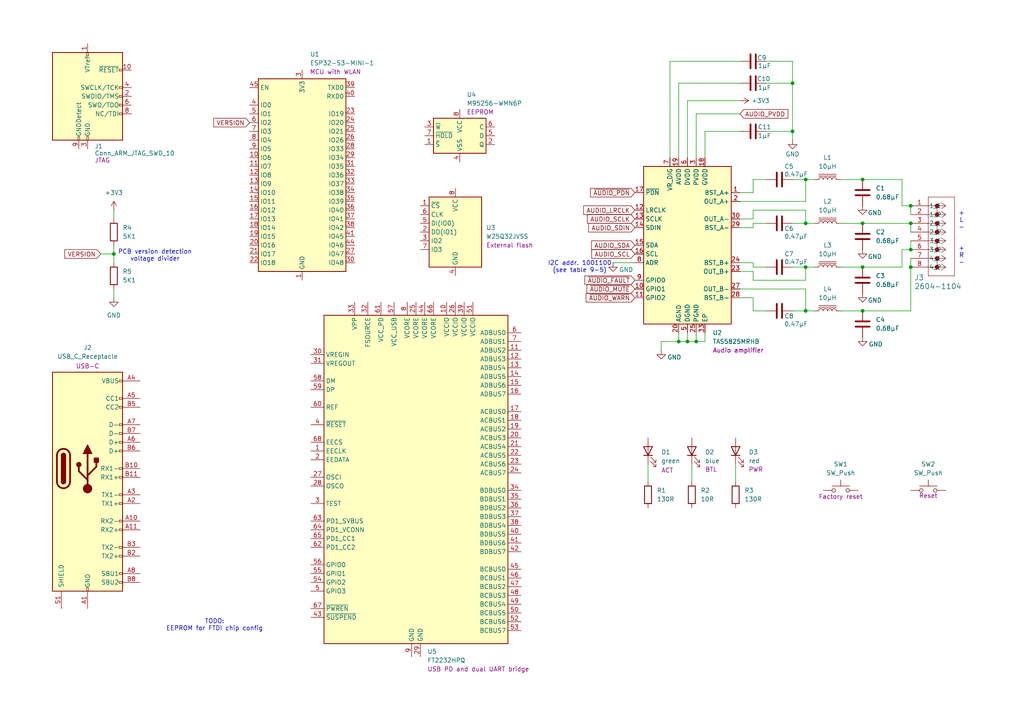
<source format=kicad_sch>
(kicad_sch (version 20231120) (generator "eeschema") (generator_version "8.0")
  (paper "A4")
  (title_block (title "soundbox"))
  (lib_symbols
    (symbol "Amplifier_Audio:TAS5825MRHB"
      (property "Reference" "U" (at -11.43 24.13 0))
      (property "Value" "TAS5825MRHB" (at 13.97 24.13 0))
      (symbol "TAS5825MRHB_1_1"
        (pin passive line (at 15.24 15.24 180) (length 2.54) (name "BST_A+") (number "1"))
        (pin bidirectional line (at -15.24 -12.7 0) (length 2.54) (name "GPIO1") (number "10"))
        (pin bidirectional line (at -15.24 -15.24 0) (length 2.54) (name "GPIO2") (number "11"))
        (pin input line (at -15.24 10.16 0) (length 2.54) (name "LRCLK") (number "12"))
        (pin input line (at -15.24 7.62 0) (length 2.54) (name "SCLK") (number "13"))
        (pin input line (at -15.24 5.08 0) (length 2.54) (name "SDIN") (number "14"))
        (pin bidirectional line (at -15.24 0 0) (length 2.54) (name "SDA") (number "15"))
        (pin input line (at -15.24 -2.54 0) (length 2.54) (name "SCL") (number "16"))
        (pin input line (at -15.24 15.24 0) (length 2.54) (name "~{PDN}") (number "17"))
        (pin passive line (at 5.08 25.4 270) (length 2.54) (name "GVDD") (number "18"))
        (pin passive line (at -2.54 25.4 270) (length 2.54) (name "AVDD") (number "19"))
        (pin output line (at 15.24 12.7 180) (length 2.54) (name "OUT_A+") (number "2"))
        (pin power_in line (at -2.54 -25.4 90) (length 2.54) (name "AGND") (number "20"))
        (pin passive line (at 2.54 25.4 270) (length 2.54) hide (name "PVDD") (number "21"))
        (pin passive line (at 2.54 25.4 270) (length 2.54) hide (name "PVDD") (number "22"))
        (pin output line (at 15.24 -7.62 180) (length 2.54) (name "OUT_B+") (number "23"))
        (pin passive line (at 15.24 -5.08 180) (length 2.54) (name "BST_B+") (number "24"))
        (pin power_in line (at 2.54 -25.4 90) (length 2.54) (name "PGND") (number "25"))
        (pin passive line (at 2.54 -25.4 90) (length 2.54) hide (name "PGND") (number "26"))
        (pin output line (at 15.24 -12.7 180) (length 2.54) (name "OUT_B-") (number "27"))
        (pin passive line (at 15.24 -15.24 180) (length 2.54) (name "BST_B-") (number "28"))
        (pin passive line (at 15.24 5.08 180) (length 2.54) (name "BST_A-") (number "29"))
        (pin power_in line (at 2.54 25.4 270) (length 2.54) (name "PVDD") (number "3"))
        (pin output line (at 15.24 7.62 180) (length 2.54) (name "OUT_A-") (number "30"))
        (pin passive line (at 2.54 -25.4 90) (length 2.54) hide (name "PGND") (number "31"))
        (pin passive line (at 2.54 -25.4 90) (length 2.54) hide (name "PGND") (number "32"))
        (pin passive line (at 5.08 -25.4 90) (length 2.54) (name "EP") (number "33"))
        (pin passive line (at 2.54 25.4 270) (length 2.54) hide (name "PVDD") (number "4"))
        (pin power_in line (at 0 -25.4 90) (length 2.54) (name "DGND") (number "5"))
        (pin power_in line (at 0 25.4 270) (length 2.54) (name "DVDD") (number "6"))
        (pin passive line (at -5.08 25.4 270) (length 2.54) (name "VR_DIG") (number "7"))
        (pin passive line (at -15.24 -5.08 0) (length 2.54) (name "ADR") (number "8"))
        (pin bidirectional line (at -15.24 -10.16 0) (length 2.54) (name "GPIO0") (number "9"))
      )
    )
    (symbol "Connector:Conn_ARM_JTAG_SWD_10" (pin_names (offset 1.016))
      (property "Reference" "J" (at -2.54 16.51 0))
      (property "Value" "Conn_ARM_JTAG_SWD_10" (at -2.54 13.97 0))
      (symbol "Conn_ARM_JTAG_SWD_10_1_1"
        (pin power_in line (at 0 15.24 270) (length 2.54) (name "VTref") (number "1"))
        (pin open_collector line (at 12.7 7.62 180) (length 2.54) (name "~{RESET}") (number "10"))
        (pin bidirectional line (at 12.7 0 180) (length 2.54) (name "SWDIO/TMS") (number "2"))
        (pin power_in line (at 0 -15.24 90) (length 2.54) (name "GND") (number "3"))
        (pin output line (at 12.7 2.54 180) (length 2.54) (name "SWCLK/TCK") (number "4"))
        (pin passive line (at 0 -15.24 90) (length 2.54) hide (name "GND") (number "5"))
        (pin input line (at 12.7 -2.54 180) (length 2.54) (name "SWO/TDO") (number "6"))
        (pin no_connect line (at -10.16 0 0) (length 2.54) hide (name "KEY") (number "7"))
        (pin output line (at 12.7 -5.08 180) (length 2.54) (name "NC/TDI") (number "8"))
        (pin passive line (at -2.54 -15.24 90) (length 2.54) (name "GNDDetect") (number "9"))
      )
    )
    (symbol "Connector:USB_C_Receptacle" (pin_names (offset 1.016))
      (property "Reference" "J" (at -10.16 29.21 0))
      (property "Value" "USB_C_Receptacle" (at 10.16 29.21 0))
      (symbol "USB_C_Receptacle_1_1"
        (pin passive line (at 0 -40.64 90) (length 5.08) (name "GND") (number "A1"))
        (pin bidirectional line (at 15.24 -15.24 180) (length 5.08) (name "RX2-") (number "A10"))
        (pin bidirectional line (at 15.24 -17.78 180) (length 5.08) (name "RX2+") (number "A11"))
        (pin passive line (at 0 -40.64 90) (length 5.08) hide (name "GND") (number "A12"))
        (pin bidirectional line (at 15.24 -10.16 180) (length 5.08) (name "TX1+") (number "A2"))
        (pin bidirectional line (at 15.24 -7.62 180) (length 5.08) (name "TX1-") (number "A3"))
        (pin passive line (at 15.24 25.4 180) (length 5.08) (name "VBUS") (number "A4"))
        (pin bidirectional line (at 15.24 20.32 180) (length 5.08) (name "CC1") (number "A5"))
        (pin bidirectional line (at 15.24 7.62 180) (length 5.08) (name "D+") (number "A6"))
        (pin bidirectional line (at 15.24 12.7 180) (length 5.08) (name "D-") (number "A7"))
        (pin bidirectional line (at 15.24 -30.48 180) (length 5.08) (name "SBU1") (number "A8"))
        (pin passive line (at 15.24 25.4 180) (length 5.08) hide (name "VBUS") (number "A9"))
        (pin passive line (at 0 -40.64 90) (length 5.08) hide (name "GND") (number "B1"))
        (pin bidirectional line (at 15.24 0 180) (length 5.08) (name "RX1-") (number "B10"))
        (pin bidirectional line (at 15.24 -2.54 180) (length 5.08) (name "RX1+") (number "B11"))
        (pin passive line (at 0 -40.64 90) (length 5.08) hide (name "GND") (number "B12"))
        (pin bidirectional line (at 15.24 -25.4 180) (length 5.08) (name "TX2+") (number "B2"))
        (pin bidirectional line (at 15.24 -22.86 180) (length 5.08) (name "TX2-") (number "B3"))
        (pin passive line (at 15.24 25.4 180) (length 5.08) hide (name "VBUS") (number "B4"))
        (pin bidirectional line (at 15.24 17.78 180) (length 5.08) (name "CC2") (number "B5"))
        (pin bidirectional line (at 15.24 5.08 180) (length 5.08) (name "D+") (number "B6"))
        (pin bidirectional line (at 15.24 10.16 180) (length 5.08) (name "D-") (number "B7"))
        (pin bidirectional line (at 15.24 -33.02 180) (length 5.08) (name "SBU2") (number "B8"))
        (pin passive line (at 15.24 25.4 180) (length 5.08) hide (name "VBUS") (number "B9"))
        (pin passive line (at -7.62 -40.64 90) (length 5.08) (name "SHIELD") (number "S1"))
      )
    )
    (symbol "Device:C" (pin_numbers hide) (pin_names (offset 0.254))
      (property "Reference" "C" (at 0.635 2.54 0))
      (property "Value" "C" (at 0.635 -2.54 0))
      (symbol "C_1_1"
        (pin passive line (at 0 3.81 270) (length 2.794) (name "~") (number "1"))
        (pin passive line (at 0 -3.81 90) (length 2.794) (name "~") (number "2"))
      )
    )
    (symbol "Device:LED" (pin_numbers hide) (pin_names (offset 1.016) hide)
      (property "Reference" "D" (at 0 2.54 0))
      (property "Value" "LED" (at 0 -2.54 0))
      (symbol "LED_1_1"
        (pin passive line (at -3.81 0 0) (length 2.54) (name "K") (number "1"))
        (pin passive line (at 3.81 0 180) (length 2.54) (name "A") (number "2"))
      )
    )
    (symbol "Device:L_Iron" (pin_numbers hide) (pin_names (offset 1.016) hide)
      (property "Reference" "L" (at -1.27 0 90))
      (property "Value" "L_Iron" (at 2.794 0 90))
      (symbol "L_Iron_1_1"
        (pin passive line (at 0 3.81 270) (length 1.27) (name "1") (number "1"))
        (pin passive line (at 0 -3.81 90) (length 1.27) (name "2") (number "2"))
      )
    )
    (symbol "Device:R" (pin_numbers hide) (pin_names (offset 0))
      (property "Reference" "R" (at 2.032 0 90))
      (property "Value" "R" (at 0 0 90))
      (symbol "R_1_1"
        (pin passive line (at 0 3.81 270) (length 1.27) (name "~") (number "1"))
        (pin passive line (at 0 -3.81 90) (length 1.27) (name "~") (number "2"))
      )
    )
    (symbol "Memory_EEPROM:M95256-WMN6P"
      (property "Reference" "U" (at -7.62 6.35 0))
      (property "Value" "M95256-WMN6P" (at 2.54 -6.35 0))
      (symbol "M95256-WMN6P_1_1"
        (pin input line (at -10.16 -2.54 0) (length 2.54) (name "~{S}") (number "1"))
        (pin output line (at 10.16 -2.54 180) (length 2.54) (name "Q") (number "2"))
        (pin input line (at -10.16 2.54 0) (length 2.54) (name "~{W}") (number "3"))
        (pin power_in line (at 0 -7.62 90) (length 2.54) (name "VSS") (number "4"))
        (pin input line (at 10.16 0 180) (length 2.54) (name "D") (number "5"))
        (pin input line (at 10.16 2.54 180) (length 2.54) (name "C") (number "6"))
        (pin input line (at -10.16 0 0) (length 2.54) (name "~{HOLD}") (number "7"))
        (pin power_in line (at 0 7.62 270) (length 2.54) (name "VCC") (number "8"))
      )
    )
    (symbol "Memory_Flash:W25Q32JVSS"
      (property "Reference" "U" (at -6.35 11.43 0))
      (property "Value" "W25Q32JVSS" (at 7.62 11.43 0))
      (symbol "W25Q32JVSS_1_1"
        (pin input line (at -10.16 7.62 0) (length 2.54) (name "~{CS}") (number "1"))
        (pin bidirectional line (at -10.16 0 0) (length 2.54) (name "DO(IO1)") (number "2"))
        (pin bidirectional line (at -10.16 -2.54 0) (length 2.54) (name "IO2") (number "3"))
        (pin power_in line (at 0 -12.7 90) (length 2.54) (name "GND") (number "4"))
        (pin bidirectional line (at -10.16 2.54 0) (length 2.54) (name "DI(IO0)") (number "5"))
        (pin input line (at -10.16 5.08 0) (length 2.54) (name "CLK") (number "6"))
        (pin bidirectional line (at -10.16 -5.08 0) (length 2.54) (name "IO3") (number "7"))
        (pin power_in line (at 0 12.7 270) (length 2.54) (name "VCC") (number "8"))
      )
    )
    (symbol "RF_Module:ESP32-S3-MINI-1"
      (property "Reference" "U" (at -11.43 29.21 0))
      (property "Value" "ESP32-S3-MINI-1" (at 12.7 29.21 0))
      (symbol "ESP32-S3-MINI-1_1_1"
        (pin power_in line (at 0 -30.48 90) (length 2.54) (name "GND") (number "1"))
        (pin bidirectional line (at -15.24 5.08 0) (length 2.54) (name "IO6") (number "10"))
        (pin bidirectional line (at -15.24 2.54 0) (length 2.54) (name "IO7") (number "11"))
        (pin bidirectional line (at -15.24 0 0) (length 2.54) (name "IO8") (number "12"))
        (pin bidirectional line (at -15.24 -2.54 0) (length 2.54) (name "IO9") (number "13"))
        (pin bidirectional line (at -15.24 -5.08 0) (length 2.54) (name "IO10") (number "14"))
        (pin bidirectional line (at -15.24 -7.62 0) (length 2.54) (name "IO11") (number "15"))
        (pin bidirectional line (at -15.24 -10.16 0) (length 2.54) (name "IO12") (number "16"))
        (pin bidirectional line (at -15.24 -12.7 0) (length 2.54) (name "IO13") (number "17"))
        (pin bidirectional line (at -15.24 -15.24 0) (length 2.54) (name "IO14") (number "18"))
        (pin bidirectional line (at -15.24 -17.78 0) (length 2.54) (name "IO15") (number "19"))
        (pin passive line (at 0 -30.48 90) (length 2.54) hide (name "GND") (number "2"))
        (pin bidirectional line (at -15.24 -20.32 0) (length 2.54) (name "IO16") (number "20"))
        (pin bidirectional line (at -15.24 -22.86 0) (length 2.54) (name "IO17") (number "21"))
        (pin bidirectional line (at -15.24 -25.4 0) (length 2.54) (name "IO18") (number "22"))
        (pin bidirectional line (at 15.24 17.78 180) (length 2.54) (name "IO19") (number "23"))
        (pin bidirectional line (at 15.24 15.24 180) (length 2.54) (name "IO20") (number "24"))
        (pin bidirectional line (at 15.24 12.7 180) (length 2.54) (name "IO21") (number "25"))
        (pin bidirectional line (at 15.24 10.16 180) (length 2.54) (name "IO26") (number "26"))
        (pin bidirectional line (at 15.24 -22.86 180) (length 2.54) (name "IO47") (number "27"))
        (pin bidirectional line (at 15.24 7.62 180) (length 2.54) (name "IO33") (number "28"))
        (pin bidirectional line (at 15.24 5.08 180) (length 2.54) (name "IO34") (number "29"))
        (pin power_in line (at 0 30.48 270) (length 2.54) (name "3V3") (number "3"))
        (pin bidirectional line (at 15.24 -25.4 180) (length 2.54) (name "IO48") (number "30"))
        (pin bidirectional line (at 15.24 2.54 180) (length 2.54) (name "IO35") (number "31"))
        (pin bidirectional line (at 15.24 0 180) (length 2.54) (name "IO36") (number "32"))
        (pin bidirectional line (at 15.24 -2.54 180) (length 2.54) (name "IO37") (number "33"))
        (pin bidirectional line (at 15.24 -5.08 180) (length 2.54) (name "IO38") (number "34"))
        (pin bidirectional line (at 15.24 -7.62 180) (length 2.54) (name "IO39") (number "35"))
        (pin bidirectional line (at 15.24 -10.16 180) (length 2.54) (name "IO40") (number "36"))
        (pin bidirectional line (at 15.24 -12.7 180) (length 2.54) (name "IO41") (number "37"))
        (pin bidirectional line (at 15.24 -15.24 180) (length 2.54) (name "IO42") (number "38"))
        (pin bidirectional line (at 15.24 25.4 180) (length 2.54) (name "TXD0") (number "39"))
        (pin bidirectional line (at -15.24 20.32 0) (length 2.54) (name "IO0") (number "4"))
        (pin bidirectional line (at 15.24 22.86 180) (length 2.54) (name "RXD0") (number "40"))
        (pin bidirectional line (at 15.24 -17.78 180) (length 2.54) (name "IO45") (number "41"))
        (pin passive line (at 0 -30.48 90) (length 2.54) hide (name "GND") (number "42"))
        (pin passive line (at 0 -30.48 90) (length 2.54) hide (name "GND") (number "43"))
        (pin bidirectional line (at 15.24 -20.32 180) (length 2.54) (name "IO46") (number "44"))
        (pin input line (at -15.24 25.4 0) (length 2.54) (name "EN") (number "45"))
        (pin passive line (at 0 -30.48 90) (length 2.54) hide (name "GND") (number "46"))
        (pin passive line (at 0 -30.48 90) (length 2.54) hide (name "GND") (number "47"))
        (pin passive line (at 0 -30.48 90) (length 2.54) hide (name "GND") (number "48"))
        (pin passive line (at 0 -30.48 90) (length 2.54) hide (name "GND") (number "49"))
        (pin bidirectional line (at -15.24 17.78 0) (length 2.54) (name "IO1") (number "5"))
        (pin passive line (at 0 -30.48 90) (length 2.54) hide (name "GND") (number "50"))
        (pin passive line (at 0 -30.48 90) (length 2.54) hide (name "GND") (number "51"))
        (pin passive line (at 0 -30.48 90) (length 2.54) hide (name "GND") (number "52"))
        (pin passive line (at 0 -30.48 90) (length 2.54) hide (name "GND") (number "53"))
        (pin passive line (at 0 -30.48 90) (length 2.54) hide (name "GND") (number "54"))
        (pin passive line (at 0 -30.48 90) (length 2.54) hide (name "GND") (number "55"))
        (pin passive line (at 0 -30.48 90) (length 2.54) hide (name "GND") (number "56"))
        (pin passive line (at 0 -30.48 90) (length 2.54) hide (name "GND") (number "57"))
        (pin passive line (at 0 -30.48 90) (length 2.54) hide (name "GND") (number "58"))
        (pin passive line (at 0 -30.48 90) (length 2.54) hide (name "GND") (number "59"))
        (pin bidirectional line (at -15.24 15.24 0) (length 2.54) (name "IO2") (number "6"))
        (pin passive line (at 0 -30.48 90) (length 2.54) hide (name "GND") (number "60"))
        (pin passive line (at 0 -30.48 90) (length 2.54) hide (name "GND") (number "61"))
        (pin passive line (at 0 -30.48 90) (length 2.54) hide (name "GND") (number "62"))
        (pin passive line (at 0 -30.48 90) (length 2.54) hide (name "GND") (number "63"))
        (pin passive line (at 0 -30.48 90) (length 2.54) hide (name "GND") (number "64"))
        (pin passive line (at 0 -30.48 90) (length 2.54) hide (name "GND") (number "65"))
        (pin bidirectional line (at -15.24 12.7 0) (length 2.54) (name "IO3") (number "7"))
        (pin bidirectional line (at -15.24 10.16 0) (length 2.54) (name "IO4") (number "8"))
        (pin bidirectional line (at -15.24 7.62 0) (length 2.54) (name "IO5") (number "9"))
      )
    )
    (symbol "Switch:SW_Push" (pin_numbers hide) (pin_names (offset 1.016) hide)
      (property "Reference" "SW" (at 1.27 2.54 0))
      (property "Value" "SW_Push" (at 0 -1.524 0))
      (symbol "SW_Push_0_1"
        (pin passive line (at -5.08 0 0) (length 2.54) (name "1") (number "1"))
        (pin passive line (at 5.08 0 180) (length 2.54) (name "2") (number "2"))
      )
    )
    (symbol "Ultra_Librarian:2604-1104" (pin_names (offset 0.254))
      (property "Reference" "J" (at 8.89 6.35 0))
      (property "Value" "2604-1104" (at 0 0 0))
      (symbol "2604-1104_1_1"
        (pin unspecified line (at 0 0 0) (length 5.08) (name "1_1") (number "1"))
        (pin unspecified line (at 0 -2.54 0) (length 5.08) (name "1_2") (number "2"))
        (pin unspecified line (at 0 -5.08 0) (length 5.08) (name "2_1") (number "3"))
        (pin unspecified line (at 0 -7.62 0) (length 5.08) (name "2_2") (number "4"))
        (pin unspecified line (at 0 -10.16 0) (length 5.08) (name "3_1") (number "5"))
        (pin unspecified line (at 0 -12.7 0) (length 5.08) (name "3_2") (number "6"))
        (pin unspecified line (at 0 -15.24 0) (length 5.08) (name "4_1") (number "7"))
        (pin unspecified line (at 0 -17.78 0) (length 5.08) (name "4_2") (number "8"))
      )
      (symbol "2604-1104_1_2"
        (pin unspecified line (at 0 0 0) (length 5.08) (name "1_1") (number "1"))
        (pin unspecified line (at 0 -2.54 0) (length 5.08) (name "1_2") (number "2"))
        (pin unspecified line (at 0 -5.08 0) (length 5.08) (name "2_1") (number "3"))
        (pin unspecified line (at 0 -7.62 0) (length 5.08) (name "2_2") (number "4"))
        (pin unspecified line (at 0 -10.16 0) (length 5.08) (name "3_1") (number "5"))
        (pin unspecified line (at 0 -12.7 0) (length 5.08) (name "3_2") (number "6"))
        (pin unspecified line (at 0 -15.24 0) (length 5.08) (name "4_1") (number "7"))
        (pin unspecified line (at 0 -17.78 0) (length 5.08) (name "4_2") (number "8"))
      )
    )
    (symbol "power:+3V3" (power) (pin_numbers hide) (pin_names (offset 0) hide)
      (property "Value" "+3V3" (at 0 3.556 0))
      (symbol "+3V3_1_1"
        (pin power_in line (at 0 0 90) (length 0) (name "~") (number "1"))
      )
    )
    (symbol "power:GND" (power) (pin_numbers hide) (pin_names (offset 0) hide)
      (property "Value" "GND" (at 0 -3.81 0))
      (symbol "GND_1_1"
        (pin power_in line (at 0 0 270) (length 0) (name "~") (number "1"))
      )
    )
    (symbol "xengineering:FT2232HPQ"
      (property "Reference" "U" (at 20.828 52.07 0))
      (property "Value" "FT2232HPQ" (at 25.654 49.53 0))
      (symbol "FT2232HPQ_1_1"
        (pin output line (at -30.48 7.62 0) (length 3.81) (name "EECLK") (number "1"))
        (pin input line (at 8.89 50.8 270) (length 3.81) (name "VCCIO") (number "10"))
        (pin bidirectional line (at 30.48 36.83 180) (length 3.81) (name "ADBUS2") (number "11"))
        (pin bidirectional line (at 30.48 34.29 180) (length 3.81) (name "ADBUS3") (number "12"))
        (pin bidirectional line (at 30.48 31.75 180) (length 3.81) (name "ADBUS4") (number "13"))
        (pin bidirectional line (at 30.48 29.21 180) (length 3.81) (name "ADBUS5") (number "14"))
        (pin bidirectional line (at 30.48 26.67 180) (length 3.81) (name "ADBUS6") (number "15"))
        (pin bidirectional line (at 30.48 24.13 180) (length 3.81) (name "ADBUS7") (number "16"))
        (pin bidirectional line (at 30.48 19.05 180) (length 3.81) (name "ACBUS0") (number "17"))
        (pin bidirectional line (at 30.48 16.51 180) (length 3.81) (name "ACBUS1") (number "18"))
        (pin bidirectional line (at 30.48 13.97 180) (length 3.81) (name "ACBUS2") (number "19"))
        (pin bidirectional line (at -30.48 5.08 0) (length 3.81) (name "EEDATA") (number "2"))
        (pin bidirectional line (at 30.48 11.43 180) (length 3.81) (name "ACBUS3") (number "20"))
        (pin bidirectional line (at 30.48 8.89 180) (length 3.81) (name "ACBUS4") (number "21"))
        (pin bidirectional line (at 30.48 6.35 180) (length 3.81) (name "ACBUS5") (number "22"))
        (pin bidirectional line (at 30.48 3.81 180) (length 3.81) (name "ACBUS6") (number "23"))
        (pin bidirectional line (at 30.48 1.27 180) (length 3.81) (name "ACBUS7") (number "24"))
        (pin input line (at 0 50.8 270) (length 3.81) (name "VCORE") (number "25"))
        (pin input line (at 11.43 50.8 270) (length 3.81) (name "VCCIO") (number "26"))
        (pin input line (at -30.48 0 0) (length 3.81) (name "OSCI") (number "27"))
        (pin output line (at -30.48 -2.54 0) (length 3.81) (name "OSCO") (number "28"))
        (pin input line (at 1.27 -52.07 90) (length 3.81) (name "GND") (number "29"))
        (pin input line (at -30.48 -7.62 0) (length 3.81) (name "TEST") (number "3"))
        (pin input line (at -30.48 35.56 0) (length 3.81) (name "VREGIN") (number "30"))
        (pin output line (at -30.48 33.02 0) (length 3.81) (name "VREGOUT") (number "31"))
        (pin input line (at -13.97 50.8 270) (length 3.81) (name "FSOURCE") (number "32"))
        (pin input line (at -17.78 50.8 270) (length 3.81) (name "VPP") (number "33"))
        (pin bidirectional line (at 30.48 -3.81 180) (length 3.81) (name "BDBUS0") (number "34"))
        (pin bidirectional line (at 30.48 -6.35 180) (length 3.81) (name "BDBUS1") (number "35"))
        (pin bidirectional line (at 30.48 -8.89 180) (length 3.81) (name "BDBUS2") (number "36"))
        (pin bidirectional line (at 30.48 -11.43 180) (length 3.81) (name "BDBUS3") (number "37"))
        (pin bidirectional line (at 30.48 -13.97 180) (length 3.81) (name "BDBUS4") (number "38"))
        (pin input line (at 13.97 50.8 270) (length 3.81) (name "VCCIO") (number "39"))
        (pin input line (at -30.48 15.24 0) (length 3.81) (name "~{RESET}") (number "4"))
        (pin bidirectional line (at 30.48 -16.51 180) (length 3.81) (name "BDBUS5") (number "40"))
        (pin bidirectional line (at 30.48 -19.05 180) (length 3.81) (name "BDBUS6") (number "41"))
        (pin bidirectional line (at 30.48 -21.59 180) (length 3.81) (name "BDBUS7") (number "42"))
        (pin output line (at -30.48 -40.64 0) (length 3.81) (name "~{SUSPEND}") (number "43"))
        (pin input line (at 2.54 50.8 270) (length 3.81) (name "VCORE") (number "44"))
        (pin bidirectional line (at 30.48 -26.67 180) (length 3.81) (name "BCBUS0") (number "45"))
        (pin bidirectional line (at 30.48 -29.21 180) (length 3.81) (name "BCBUS1") (number "46"))
        (pin bidirectional line (at 30.48 -31.75 180) (length 3.81) (name "BCBUS2") (number "47"))
        (pin bidirectional line (at 30.48 -34.29 180) (length 3.81) (name "BCBUS3") (number "48"))
        (pin bidirectional line (at 30.48 -36.83 180) (length 3.81) (name "BCBUS4") (number "49"))
        (pin bidirectional line (at -30.48 -33.02 0) (length 3.81) (name "GPIO3") (number "5"))
        (pin bidirectional line (at 30.48 -39.37 180) (length 3.81) (name "BCBUS5") (number "50"))
        (pin input line (at 16.51 50.8 270) (length 3.81) (name "VCCIO") (number "51"))
        (pin bidirectional line (at 30.48 -41.91 180) (length 3.81) (name "BCBUS6") (number "52"))
        (pin bidirectional line (at 30.48 -44.45 180) (length 3.81) (name "BCBUS7") (number "53"))
        (pin bidirectional line (at -30.48 -30.48 0) (length 3.81) (name "GPIO2") (number "54"))
        (pin bidirectional line (at -30.48 -27.94 0) (length 3.81) (name "GPIO1") (number "55"))
        (pin bidirectional line (at -30.48 -25.4 0) (length 3.81) (name "GPIO0") (number "56"))
        (pin input line (at -6.35 50.8 270) (length 3.81) (name "VCC_USB") (number "57"))
        (pin bidirectional line (at -30.48 27.94 0) (length 3.81) (name "DM") (number "58"))
        (pin bidirectional line (at -30.48 25.4 0) (length 3.81) (name "DP") (number "59"))
        (pin bidirectional line (at 30.48 41.91 180) (length 3.81) (name "ADBUS0") (number "6"))
        (pin input line (at -30.48 20.32 0) (length 3.81) (name "REF") (number "60"))
        (pin input line (at -10.16 50.8 270) (length 3.81) (name "VCC_PD") (number "61"))
        (pin bidirectional line (at -30.48 -20.32 0) (length 3.81) (name "PD1_CC2") (number "62"))
        (pin input line (at -30.48 -12.7 0) (length 3.81) (name "PD1_SVBUS") (number "63"))
        (pin input line (at -30.48 -15.24 0) (length 3.81) (name "PD1_VCONN") (number "64"))
        (pin bidirectional line (at -30.48 -17.78 0) (length 3.81) (name "PD1_CC1") (number "65"))
        (pin input line (at 5.08 50.8 270) (length 3.81) (name "VCORE") (number "66"))
        (pin output line (at -30.48 -38.1 0) (length 3.81) (name "~{PWREN}") (number "67"))
        (pin bidirectional line (at -30.48 10.16 0) (length 3.81) (name "EECS") (number "68"))
        (pin bidirectional line (at 30.48 39.37 180) (length 3.81) (name "ADBUS1") (number "7"))
        (pin input line (at -2.54 50.8 270) (length 3.81) (name "VCORE") (number "8"))
        (pin input line (at -1.27 -52.07 90) (length 3.81) (name "GND") (number "9"))
      )
    )
  )
  (junction (at 250.19 64.77))
  (junction (at 233.68 52.07))
  (junction (at 229.87 24.13))
  (junction (at 196.85 99.06))
  (junction (at 233.68 77.47))
  (junction (at 199.39 99.06))
  (junction (at 264.16 72.39))
  (junction (at 250.19 77.47))
  (junction (at 250.19 52.07))
  (junction (at 201.93 99.06))
  (junction (at 264.16 64.77))
  (junction (at 33.02 73.66))
  (junction (at 264.16 77.47))
  (junction (at 233.68 90.17))
  (junction (at 264.16 59.69))
  (junction (at 229.87 38.1))
  (junction (at 233.68 64.77))
  (junction (at 250.19 90.17))
  (wire (pts (xy 229.87 77.47) (xy 233.68 77.47)))
  (wire (pts (xy 261.62 77.47) (xy 261.62 72.39)))
  (wire (pts (xy 218.44 52.07) (xy 218.44 55.88)))
  (wire (pts (xy 229.87 52.07) (xy 233.68 52.07)))
  (wire (pts (xy 222.25 38.1) (xy 229.87 38.1)))
  (wire (pts (xy 222.25 90.17) (xy 218.44 90.17)))
  (wire (pts (xy 214.63 86.36) (xy 218.44 86.36)))
  (wire (pts (xy 233.68 90.17) (xy 236.22 90.17)))
  (wire (pts (xy 233.68 77.47) (xy 236.22 77.47)))
  (wire (pts (xy 229.87 40.64) (xy 229.87 38.1)))
  (wire (pts (xy 250.19 52.07) (xy 261.62 52.07)))
  (wire (pts (xy 214.63 63.5) (xy 218.44 63.5)))
  (wire (pts (xy 264.16 64.77) (xy 264.16 67.31)))
  (wire (pts (xy 229.87 24.13) (xy 229.87 38.1)))
  (wire (pts (xy 187.96 134.62) (xy 187.96 139.7)))
  (wire (pts (xy 264.16 59.69) (xy 264.16 62.23)))
  (wire (pts (xy 233.68 83.82) (xy 233.68 90.17)))
  (wire (pts (xy 214.63 55.88) (xy 218.44 55.88)))
  (wire (pts (xy 218.44 90.17) (xy 218.44 86.36)))
  (wire (pts (xy 199.39 29.21) (xy 199.39 45.72)))
  (wire (pts (xy 204.47 99.06) (xy 201.93 99.06)))
  (wire (pts (xy 29.21 73.66) (xy 33.02 73.66)))
  (wire (pts (xy 191.77 101.6) (xy 191.77 99.06)))
  (wire (pts (xy 33.02 73.66) (xy 33.02 76.2)))
  (wire (pts (xy 243.84 64.77) (xy 250.19 64.77)))
  (wire (pts (xy 243.84 77.47) (xy 250.19 77.47)))
  (wire (pts (xy 196.85 96.52) (xy 196.85 99.06)))
  (wire (pts (xy 243.84 52.07) (xy 250.19 52.07)))
  (wire (pts (xy 243.84 90.17) (xy 250.19 90.17)))
  (wire (pts (xy 222.25 17.78) (xy 229.87 17.78)))
  (wire (pts (xy 233.68 60.96) (xy 233.68 64.77)))
  (wire (pts (xy 214.63 33.02) (xy 201.93 33.02)))
  (wire (pts (xy 264.16 90.17) (xy 264.16 77.47)))
  (wire (pts (xy 214.63 78.74) (xy 218.44 78.74)))
  (wire (pts (xy 218.44 60.96) (xy 233.68 60.96)))
  (wire (pts (xy 261.62 52.07) (xy 261.62 59.69)))
  (wire (pts (xy 194.31 17.78) (xy 194.31 45.72)))
  (wire (pts (xy 233.68 64.77) (xy 236.22 64.77)))
  (wire (pts (xy 218.44 66.04) (xy 214.63 66.04)))
  (wire (pts (xy 261.62 59.69) (xy 264.16 59.69)))
  (wire (pts (xy 214.63 29.21) (xy 199.39 29.21)))
  (wire (pts (xy 204.47 96.52) (xy 204.47 99.06)))
  (wire (pts (xy 199.39 99.06) (xy 201.93 99.06)))
  (wire (pts (xy 218.44 81.28) (xy 233.68 81.28)))
  (wire (pts (xy 250.19 90.17) (xy 264.16 90.17)))
  (wire (pts (xy 233.68 58.42) (xy 233.68 52.07)))
  (wire (pts (xy 233.68 52.07) (xy 236.22 52.07)))
  (wire (pts (xy 214.63 76.2) (xy 218.44 76.2)))
  (wire (pts (xy 201.93 96.52) (xy 201.93 99.06)))
  (wire (pts (xy 222.25 77.47) (xy 218.44 77.47)))
  (wire (pts (xy 196.85 99.06) (xy 199.39 99.06)))
  (wire (pts (xy 204.47 38.1) (xy 204.47 45.72)))
  (wire (pts (xy 214.63 17.78) (xy 194.31 17.78)))
  (wire (pts (xy 199.39 96.52) (xy 199.39 99.06)))
  (wire (pts (xy 229.87 90.17) (xy 233.68 90.17)))
  (wire (pts (xy 214.63 58.42) (xy 233.68 58.42)))
  (wire (pts (xy 214.63 24.13) (xy 196.85 24.13)))
  (wire (pts (xy 214.63 38.1) (xy 204.47 38.1)))
  (wire (pts (xy 201.93 33.02) (xy 201.93 45.72)))
  (wire (pts (xy 218.44 63.5) (xy 218.44 60.96)))
  (wire (pts (xy 218.44 64.77) (xy 218.44 66.04)))
  (wire (pts (xy 218.44 78.74) (xy 218.44 81.28)))
  (wire (pts (xy 196.85 24.13) (xy 196.85 45.72)))
  (wire (pts (xy 229.87 64.77) (xy 233.68 64.77)))
  (wire (pts (xy 250.19 64.77) (xy 264.16 64.77)))
  (wire (pts (xy 184.15 76.2) (xy 177.8 76.2)))
  (wire (pts (xy 222.25 52.07) (xy 218.44 52.07)))
  (wire (pts (xy 33.02 71.12) (xy 33.02 73.66)))
  (wire (pts (xy 33.02 83.82) (xy 33.02 86.36)))
  (wire (pts (xy 214.63 83.82) (xy 233.68 83.82)))
  (wire (pts (xy 222.25 24.13) (xy 229.87 24.13)))
  (wire (pts (xy 250.19 77.47) (xy 261.62 77.47)))
  (wire (pts (xy 33.02 60.96) (xy 33.02 63.5)))
  (wire (pts (xy 264.16 74.93) (xy 264.16 77.47)))
  (wire (pts (xy 261.62 72.39) (xy 264.16 72.39)))
  (wire (pts (xy 191.77 99.06) (xy 196.85 99.06)))
  (wire (pts (xy 200.66 134.62) (xy 200.66 139.7)))
  (wire (pts (xy 222.25 64.77) (xy 218.44 64.77)))
  (wire (pts (xy 213.36 134.62) (xy 213.36 139.7)))
  (wire (pts (xy 264.16 69.85) (xy 264.16 72.39)))
  (wire (pts (xy 233.68 81.28) (xy 233.68 77.47)))
  (wire (pts (xy 229.87 17.78) (xy 229.87 24.13)))
  (wire (pts (xy 218.44 77.47) (xy 218.44 76.2)))
  (text "I2C addr. 1001100\n(see table 9-5)" (at 168.148 77.47 0) (effects (font (size 1.27 1.27))))
  (text "+\nL\n-\n\n\n+\nR\n-" (at 278.892 69.088 0) (effects (font (size 1.27 1.27))))
  (text "TODO:\nEEPROM for FTDI chip config" (at 62.23 181.356 0) (effects (font (size 1.27 1.27))))
  (text "PCB version detection\nvoltage divider" (at 44.958 74.168 0) (effects (font (size 1.27 1.27))))
  (global_label "AUDIO_SDIN" (shape input) (at 184.15 66.04 180) (property "Intersheetrefs" "${INTERSHEET_REFS}" (effects (hide yes))))
  (global_label "AUDIO_SCL" (shape input) (at 184.15 73.66 180) (property "Intersheetrefs" "${INTERSHEET_REFS}" (effects (hide yes))))
  (global_label "~{AUDIO_PDN}" (shape input) (at 184.15 55.88 180) (property "Intersheetrefs" "${INTERSHEET_REFS}" (effects (hide yes))))
  (global_label "AUDIO_LRCLK" (shape input) (at 184.15 60.96 180) (property "Intersheetrefs" "${INTERSHEET_REFS}" (effects (hide yes))))
  (global_label "AUDIO_PVDD" (shape input) (at 214.63 33.02 0) (property "Intersheetrefs" "${INTERSHEET_REFS}" (effects (hide yes))))
  (global_label "AUDIO_SDA" (shape input) (at 184.15 71.12 180) (property "Intersheetrefs" "${INTERSHEET_REFS}" (effects (hide yes))))
  (global_label "~{AUDIO_WARN}" (shape input) (at 184.15 86.36 180) (property "Intersheetrefs" "${INTERSHEET_REFS}" (effects (hide yes))))
  (global_label "~{AUDIO_FAULT}" (shape input) (at 184.15 81.28 180) (property "Intersheetrefs" "${INTERSHEET_REFS}" (effects (hide yes))))
  (global_label "VERSION" (shape input) (at 29.21 73.66 180) (property "Intersheetrefs" "${INTERSHEET_REFS}" (effects (hide yes))))
  (global_label "~{AUDIO_MUTE}" (shape input) (at 184.15 83.82 180) (property "Intersheetrefs" "${INTERSHEET_REFS}" (effects (hide yes))))
  (global_label "VERSION" (shape input) (at 72.39 35.56 180) (property "Intersheetrefs" "${INTERSHEET_REFS}" (effects (hide yes))))
  (global_label "AUDIO_SCLK" (shape input) (at 184.15 63.5 180) (property "Intersheetrefs" "${INTERSHEET_REFS}" (effects (hide yes))))
  (symbol (lib_id "power:GND") (at 33.02 86.36 0) (unit 1)
    (property "Reference" "#PWR01" (effects (hide yes)))
    (property "Value" "GND" (at 33.02 91.44 0))
    (property "Description" "Power symbol creates a global label with name \"GND\" , ground" (effects (hide yes)))
  )
  (symbol (lib_id "RF_Module:ESP32-S3-MINI-1") (at 87.63 50.8 0) (unit 1)
    (property "Reference" "U1" (at 89.916 15.748 0) (effects (justify left)))
    (property "Value" "ESP32-S3-MINI-1" (at 89.916 18.288 0) (effects (justify left)))
    (property "Footprint" "RF_Module:ESP32-S2-MINI-1" (effects (hide yes)))
    (property "Datasheet" "https://www.espressif.com/sites/default/files/documentation/esp32-s3-mini-1_mini-1u_datasheet_en.pdf" (effects (hide yes)))
    (property "Description" "MCU with WLAN" (at 97.282 20.828 0))
    (property "MPN" "ESP32-S3-MINI-1-N8" (effects (hide yes)))
    (property "Manufacturer" "Espressif Systems" (effects (hide yes)))
  )
  (symbol (lib_id "Device:C") (at 250.19 68.58 0) (unit 1)
    (property "Reference" "C2" (at 254 67.3099 0) (effects (justify left)))
    (property "Value" "0.68µF" (at 254 69.8499 0) (effects (justify left)))
    (property "Description" "Unpolarized capacitor" (effects (hide yes)))
  )
  (symbol (lib_id "Device:C") (at 226.06 64.77 270) (unit 1)
    (property "Reference" "C6" (at 228.854 66.294 90))
    (property "Value" "0.47µF" (at 230.886 68.58 90))
    (property "Description" "Unpolarized capacitor" (effects (hide yes)))
  )
  (symbol (lib_id "Device:L_Iron") (at 240.03 90.17 90) (unit 1)
    (property "Reference" "L4" (at 240.03 83.82 90))
    (property "Value" "10µH" (at 240.03 86.36 90))
    (property "Description" "Inductor with iron core" (effects (hide yes)))
  )
  (symbol (lib_id "Device:C") (at 226.06 52.07 270) (unit 1)
    (property "Reference" "C5" (at 228.854 48.26 90))
    (property "Value" "0.47µF" (at 230.886 50.546 90))
    (property "Description" "Unpolarized capacitor" (effects (hide yes)))
  )
  (symbol (lib_id "Memory_Flash:W25Q32JVSS") (at 132.08 67.31 0) (unit 1)
    (property "Reference" "U3" (at 140.97 66.0399 0) (effects (justify left)))
    (property "Value" "W25Q32JVSS" (at 140.97 68.5799 0) (effects (justify left)))
    (property "Footprint" "Package_SO:SOIC-8_5.23x5.23mm_P1.27mm" (effects (hide yes)))
    (property "Datasheet" "http://www.winbond.com/resource-files/w25q32jv%20revg%2003272018%20plus.pdf" (effects (hide yes)))
    (property "Description" "External flash" (at 147.828 71.12 0))
    (property "MPN" "W25Q32JVSSIQ" (effects (hide yes)))
    (property "Manufacturer" "Winbond Electronics" (effects (hide yes)))
  )
  (symbol (lib_id "power:GND") (at 229.87 40.64 0) (unit 1)
    (property "Reference" "#PWR010" (effects (hide yes)))
    (property "Value" "GND" (at 229.87 44.704 0))
    (property "Description" "Power symbol creates a global label with name \"GND\" , ground" (effects (hide yes)))
  )
  (symbol (lib_id "Device:C") (at 250.19 93.98 0) (unit 1)
    (property "Reference" "C4" (at 254 92.7099 0) (effects (justify left)))
    (property "Value" "0.68µF" (at 254 95.2499 0) (effects (justify left)))
    (property "Description" "Unpolarized capacitor" (effects (hide yes)))
  )
  (symbol (lib_id "Connector:Conn_ARM_JTAG_SWD_10") (at 25.4 27.94 0) (unit 1)
    (property "Reference" "J1" (at 27.432 42.418 0) (effects (justify left)))
    (property "Value" "Conn_ARM_JTAG_SWD_10" (at 27.432 44.45 0) (effects (justify left)))
    (property "Datasheet" "https://mm.digikey.com/Volume0/opasdata/d220001/medias/docus/6209/ftsh-1xx-xx-xxx-dv-xxx-xxx-x-xx-mkt.pdf" (effects (hide yes)))
    (property "Description" "JTAG" (at 27.432 46.482 0) (effects (justify left)))
    (property "MPN" "FTSH-105-01-L-DV-007-K-TR" (effects (hide yes)))
    (property "Manufacturer" "samtec" (effects (hide yes)))
  )
  (symbol (lib_id "Switch:SW_Push") (at 269.24 142.24 0) (unit 1)
    (property "Reference" "SW2" (at 269.24 134.62 0))
    (property "Value" "SW_Push" (at 269.24 137.16 0))
    (property "Footprint" "Button_Switch_SMD:SW_SPST_TL3305B" (effects (hide yes)))
    (property "Datasheet" "https://www.e-switch.com/wp-content/uploads/2024/08/TL3305.pdf" (effects (hide yes)))
    (property "Description" "Reset" (at 269.24 143.764 0))
    (property "MPN" "TL3305BF260QG" (effects (hide yes)))
    (property "Manufacturer" "E-Switch" (effects (hide yes)))
  )
  (symbol (lib_id "Device:C") (at 218.44 24.13 270) (unit 1)
    (property "Reference" "C10" (at 221.488 22.86 90))
    (property "Value" "1µF" (at 221.742 25.4 90))
    (property "Description" "Unpolarized capacitor" (effects (hide yes)))
  )
  (symbol (lib_id "Device:C") (at 218.44 38.1 270) (unit 1)
    (property "Reference" "C11" (at 221.742 36.83 90))
    (property "Value" "1µF" (at 221.742 39.37 90))
    (property "Description" "Unpolarized capacitor" (effects (hide yes)))
  )
  (symbol (lib_id "Ultra_Librarian:2604-1104") (at 264.16 59.69 0) (unit 1)
    (property "Reference" "J3" (at 265.176 80.518 0) (effects (font (size 1.524 1.524)) (justify left)))
    (property "Value" "2604-1104" (at 265.176 83.058 0) (effects (font (size 1.524 1.524)) (justify left)))
    (property "Footprint" "CONN4_2604-1104_WAG" (effects (hide yes)))
    (property "Description" "Speaker" (effects (hide yes)))
    (property "Manufacturer" "WAGO" (effects (hide yes)))
    (property "MPN" "2604-1104" (effects (hide yes)))
  )
  (symbol (lib_id "Device:C") (at 218.44 17.78 270) (unit 1)
    (property "Reference" "C9" (at 220.98 16.764 90))
    (property "Value" "1µF" (at 221.742 19.05 90))
    (property "Description" "Unpolarized capacitor" (effects (hide yes)))
  )
  (symbol (lib_id "power:+3V3") (at 33.02 60.96 0) (unit 1)
    (property "Reference" "#PWR02" (effects (hide yes)))
    (property "Value" "+3V3" (at 33.02 55.88 0))
    (property "Description" "Power symbol creates a global label with name \"+3V3\"" (effects (hide yes)))
  )
  (symbol (lib_id "Device:R") (at 213.36 143.51 0) (unit 1)
    (property "Reference" "R3" (at 215.9 142.2399 0) (effects (justify left)))
    (property "Value" "130R" (at 215.9 144.7799 0) (effects (justify left)))
    (property "Footprint" "Resistor_SMD:R_0603_1608Metric" (effects (hide yes)))
    (property "Datasheet" "https://industrial.panasonic.com/cdbs/www-data/pdf/RDA0000/AOA0000C304.pdf" (effects (hide yes)))
    (property "Description" "Resistor" (effects (hide yes)))
    (property "MPN" "ERJ-3EKF1300V" (effects (hide yes)))
    (property "Manufacturer" "Panasonic Electronic Components" (effects (hide yes)))
  )
  (symbol (lib_id "Connector:USB_C_Receptacle") (at 25.4 135.89 0) (unit 1)
    (property "Reference" "J2" (at 25.4 100.838 0))
    (property "Value" "USB_C_Receptacle" (at 25.4 103.378 0))
    (property "Datasheet" "https://cdn.amphenol-cs.com/media/wysiwyg/files/documentation/datasheet/inputoutput/io_usb_3_2_type_c.pdf" (effects (hide yes)))
    (property "Description" "USB-C" (at 25.4 106.172 0))
    (property "MPN" "12401610E4#2A" (effects (hide yes)))
    (property "Manufacturer" "Amphenol ICC" (effects (hide yes)))
  )
  (symbol (lib_id "power:GND") (at 250.19 85.09 0) (unit 1)
    (property "Reference" "#PWR05" (effects (hide yes)))
    (property "Value" "GND" (at 253.746 87.122 0))
    (property "Description" "Power symbol creates a global label with name \"GND\" , ground" (effects (hide yes)))
  )
  (symbol (lib_id "Device:C") (at 226.06 77.47 270) (unit 1)
    (property "Reference" "C7" (at 228.854 73.66 90))
    (property "Value" "0.47µF" (at 230.886 75.946 90))
    (property "Description" "Unpolarized capacitor" (effects (hide yes)))
  )
  (symbol (lib_id "Switch:SW_Push") (at 243.84 142.24 0) (unit 1)
    (property "Reference" "SW1" (at 243.84 134.62 0))
    (property "Value" "SW_Push" (at 243.84 137.16 0))
    (property "Footprint" "Button_Switch_SMD:SW_SPST_TL3305B" (effects (hide yes)))
    (property "Datasheet" "https://www.e-switch.com/wp-content/uploads/2024/08/TL3305.pdf" (effects (hide yes)))
    (property "Description" "Factory reset" (at 243.84 144.018 0))
    (property "MPN" "TL3305BF260QG" (effects (hide yes)))
    (property "Manufacturer" "E-Switch" (effects (hide yes)))
  )
  (symbol (lib_id "Device:R") (at 200.66 143.51 0) (unit 1)
    (property "Reference" "R2" (at 203.2 142.2399 0) (effects (justify left)))
    (property "Value" "10R" (at 203.2 144.7799 0) (effects (justify left)))
    (property "Footprint" "Resistor_SMD:R_0603_1608Metric" (effects (hide yes)))
    (property "Datasheet" "https://industrial.panasonic.com/cdbs/www-data/pdf/RDO0000/AOA0000C331.pdf" (effects (hide yes)))
    (property "Description" "Resistor" (effects (hide yes)))
    (property "MPN" "ERJ-PA3F10R0V" (effects (hide yes)))
    (property "Manufacturer" "Panasonic Electronic Components" (effects (hide yes)))
  )
  (symbol (lib_id "Amplifier_Audio:TAS5825MRHB") (at 199.39 71.12 0) (unit 1)
    (property "Reference" "U2" (at 206.6641 96.52 0) (effects (justify left)))
    (property "Value" "TAS5825MRHB" (at 206.6641 99.06 0) (effects (justify left)))
    (property "Footprint" "Package_DFN_QFN:VQFN-32-1EP_5x5mm_P0.5mm_EP3.1x3.1mm" (effects (hide yes)))
    (property "Datasheet" "https://www.ti.com/lit/ds/symlink/tas5825m.pdf" (effects (hide yes)))
    (property "Description" "Audio amplifier" (at 214.122 101.6 0))
    (property "MPN" "TAS5825MRHBR" (effects (hide yes)))
    (property "Manufacturer" "Texas Instruments" (effects (hide yes)))
  )
  (symbol (lib_id "power:GND") (at 177.8 76.2 0) (unit 1)
    (property "Reference" "#PWR08" (effects (hide yes)))
    (property "Value" "GND" (at 181.61 78.232 0))
    (property "Description" "Power symbol creates a global label with name \"GND\" , ground" (effects (hide yes)))
  )
  (symbol (lib_id "power:GND") (at 191.77 101.6 0) (unit 1)
    (property "Reference" "#PWR07" (effects (hide yes)))
    (property "Value" "GND" (at 195.58 103.632 0))
    (property "Description" "Power symbol creates a global label with name \"GND\" , ground" (effects (hide yes)))
  )
  (symbol (lib_id "Device:C") (at 250.19 81.28 0) (unit 1)
    (property "Reference" "C3" (at 254 80.0099 0) (effects (justify left)))
    (property "Value" "0.68µF" (at 254 82.5499 0) (effects (justify left)))
    (property "Description" "Unpolarized capacitor" (effects (hide yes)))
  )
  (symbol (lib_id "Device:L_Iron") (at 240.03 52.07 90) (unit 1)
    (property "Reference" "L1" (at 240.03 45.72 90))
    (property "Value" "10µH" (at 240.03 48.26 90))
    (property "Description" "Inductor with iron core" (effects (hide yes)))
  )
  (symbol (lib_id "xengineering:FT2232HPQ") (at 120.65 138.43 0) (unit 1)
    (property "Reference" "U5" (at 123.952 188.976 0) (effects (justify left)))
    (property "Value" "FT2232HPQ" (at 123.952 191.516 0) (effects (justify left)))
    (property "Datasheet" "https://ftdichip.com/wp-content/uploads/2024/09/DS_FT2233HP.pdf" (effects (hide yes)))
    (property "Description" "USB PD and dual UART bridge" (at 123.952 194.056 0) (effects (justify left)))
    (property "Manufacturer" "FTDI Limited" (effects (hide yes)))
    (property "MPN" "FT2232HPQ-TRAY" (effects (hide yes)))
  )
  (symbol (lib_id "Device:C") (at 226.06 90.17 270) (unit 1)
    (property "Reference" "C8" (at 228.854 91.694 90))
    (property "Value" "0.47µF" (at 230.886 93.98 90))
    (property "Description" "Unpolarized capacitor" (effects (hide yes)))
  )
  (symbol (lib_id "Device:L_Iron") (at 240.03 64.77 90) (unit 1)
    (property "Reference" "L2" (at 240.03 58.42 90))
    (property "Value" "10µΗ" (at 240.03 60.96 90))
    (property "Description" "Inductor with iron core" (effects (hide yes)))
  )
  (symbol (lib_id "power:GND") (at 250.19 72.39 0) (unit 1)
    (property "Reference" "#PWR04" (effects (hide yes)))
    (property "Value" "GND" (at 253.746 74.422 0))
    (property "Description" "Power symbol creates a global label with name \"GND\" , ground" (effects (hide yes)))
  )
  (symbol (lib_id "Device:R") (at 33.02 80.01 0) (unit 1)
    (property "Reference" "R5" (at 35.56 78.7399 0) (effects (justify left)))
    (property "Value" "5K1" (at 35.56 81.2799 0) (effects (justify left)))
    (property "Footprint" "Resistor_SMD:R_0603_1608Metric" (effects (hide yes)))
    (property "Datasheet" "https://industrial.panasonic.com/cdbs/www-data/pdf/RDA0000/AOA0000C304.pdf" (effects (hide yes)))
    (property "Description" "Resistor" (effects (hide yes)))
    (property "MPN" "ERJ-3EKF5101V" (effects (hide yes)))
    (property "Manufacturer" "Panasonic Electronic Components" (effects (hide yes)))
  )
  (symbol (lib_id "power:GND") (at 250.19 97.79 0) (unit 1)
    (property "Reference" "#PWR06" (effects (hide yes)))
    (property "Value" "GND" (at 254 99.822 0))
    (property "Description" "Power symbol creates a global label with name \"GND\" , ground" (effects (hide yes)))
  )
  (symbol (lib_id "Device:C") (at 250.19 55.88 0) (unit 1)
    (property "Reference" "C1" (at 254 54.6099 0) (effects (justify left)))
    (property "Value" "0.68µF" (at 254 57.1499 0) (effects (justify left)))
    (property "Description" "Unpolarized capacitor" (effects (hide yes)))
  )
  (symbol (lib_id "Device:LED") (at 187.96 130.81 90) (unit 1)
    (property "Reference" "D1" (at 191.77 131.1274 90) (effects (justify right)))
    (property "Value" "green" (at 191.77 133.6674 90) (effects (justify right)))
    (property "Footprint" "LED_SMD:LED_1206_3216Metric" (effects (hide yes)))
    (property "Datasheet" "https://s3-us-west-2.amazonaws.com/catsy.557/Dialight_CBI_data_598-1206_Apr2018.pdf" (effects (hide yes)))
    (property "Description" "ACT" (at 193.548 136.398 90))
    (property "MPN" "598-8270-107F" (effects (hide yes)))
    (property "Manufacturer" "Dialight" (effects (hide yes)))
  )
  (symbol (lib_id "Device:R") (at 33.02 67.31 0) (unit 1)
    (property "Reference" "R4" (at 35.56 66.0399 0) (effects (justify left)))
    (property "Value" "5K1" (at 35.56 68.5799 0) (effects (justify left)))
    (property "Footprint" "Resistor_SMD:R_0603_1608Metric" (effects (hide yes)))
    (property "Datasheet" "https://industrial.panasonic.com/cdbs/www-data/pdf/RDA0000/AOA0000C304.pdf" (effects (hide yes)))
    (property "Description" "Resistor" (effects (hide yes)))
    (property "MPN" "ERJ-3EKF5101V" (effects (hide yes)))
    (property "Manufacturer" "Panasonic Electronic Components" (effects (hide yes)))
  )
  (symbol (lib_id "power:GND") (at 250.19 59.69 0) (unit 1)
    (property "Reference" "#PWR03" (effects (hide yes)))
    (property "Value" "GND" (at 253.746 61.722 0))
    (property "Description" "Power symbol creates a global label with name \"GND\" , ground" (effects (hide yes)))
  )
  (symbol (lib_id "Device:R") (at 187.96 143.51 0) (unit 1)
    (property "Reference" "R1" (at 190.5 142.2399 0) (effects (justify left)))
    (property "Value" "130R" (at 190.5 144.7799 0) (effects (justify left)))
    (property "Footprint" "Resistor_SMD:R_0603_1608Metric" (effects (hide yes)))
    (property "Datasheet" "https://industrial.panasonic.com/cdbs/www-data/pdf/RDA0000/AOA0000C304.pdf" (effects (hide yes)))
    (property "Description" "Resistor" (effects (hide yes)))
    (property "MPN" "ERJ-3EKF1300V" (effects (hide yes)))
    (property "Manufacturer" "Panasonic Electronic Components" (effects (hide yes)))
  )
  (symbol (lib_id "Memory_EEPROM:M95256-WMN6P") (at 133.35 39.37 0) (unit 1)
    (property "Reference" "U4" (at 135.382 27.432 0) (effects (justify left)))
    (property "Value" "M95256-WMN6P" (at 135.382 29.972 0) (effects (justify left)))
    (property "Footprint" "Package_SO:SOIC-8_3.9x4.9mm_P1.27mm" (effects (hide yes)))
    (property "Datasheet" "http://www.st.com/content/ccc/resource/technical/document/datasheet/9d/75/f0/3e/76/00/4c/0b/CD00103810.pdf/files/CD00103810.pdf/jcr:content/translations/en.CD00103810.pdf" (effects (hide yes)))
    (property "Description" "EEPROM" (at 139.2839 32.512 0))
    (property "MPN" "M95256-WMN6P" (effects (hide yes)))
    (property "Manufacturer" "STMicroelectronics" (effects (hide yes)))
  )
  (symbol (lib_id "Device:LED") (at 213.36 130.81 90) (unit 1)
    (property "Reference" "D3" (at 217.17 131.1274 90) (effects (justify right)))
    (property "Value" "red" (at 217.17 133.6674 90) (effects (justify right)))
    (property "Footprint" "LED_SMD:LED_1206_3216Metric" (effects (hide yes)))
    (property "Datasheet" "https://s3-us-west-2.amazonaws.com/catsy.557/Dialight_CBI_data_598-1206_Apr2018.pdf" (effects (hide yes)))
    (property "Description" "PWR" (at 219.202 136.144 90))
    (property "MPN" "598-8210-107F" (effects (hide yes)))
    (property "Manufacturer" "Dialight" (effects (hide yes)))
  )
  (symbol (lib_id "Device:LED") (at 200.66 130.81 90) (unit 1)
    (property "Reference" "D2" (at 204.47 131.1274 90) (effects (justify right)))
    (property "Value" "blue" (at 204.47 133.6674 90) (effects (justify right)))
    (property "Footprint" "LED_SMD:LED_1206_3216Metric" (effects (hide yes)))
    (property "Datasheet" "https://s3-us-west-2.amazonaws.com/catsy.557/Dialight_CBI_data_598-1206_Apr2018.pdf" (effects (hide yes)))
    (property "Description" "BTL" (at 206.248 136.144 90))
    (property "MPN" "598-8291-107F" (effects (hide yes)))
    (property "Manufacturer" "Dialight" (effects (hide yes)))
  )
  (symbol (lib_id "power:+3V3") (at 214.63 29.21 270) (unit 1)
    (property "Reference" "#PWR09" (effects (hide yes)))
    (property "Value" "+3V3" (at 217.932 29.21 90) (effects (justify left)))
    (property "Description" "Power symbol creates a global label with name \"+3V3\"" (effects (hide yes)))
  )
  (symbol (lib_id "Device:L_Iron") (at 240.03 77.47 90) (unit 1)
    (property "Reference" "L3" (at 240.03 71.12 90))
    (property "Value" "10µH" (at 240.03 73.66 90))
    (property "Description" "Inductor with iron core" (effects (hide yes)))
  )
)
</source>
